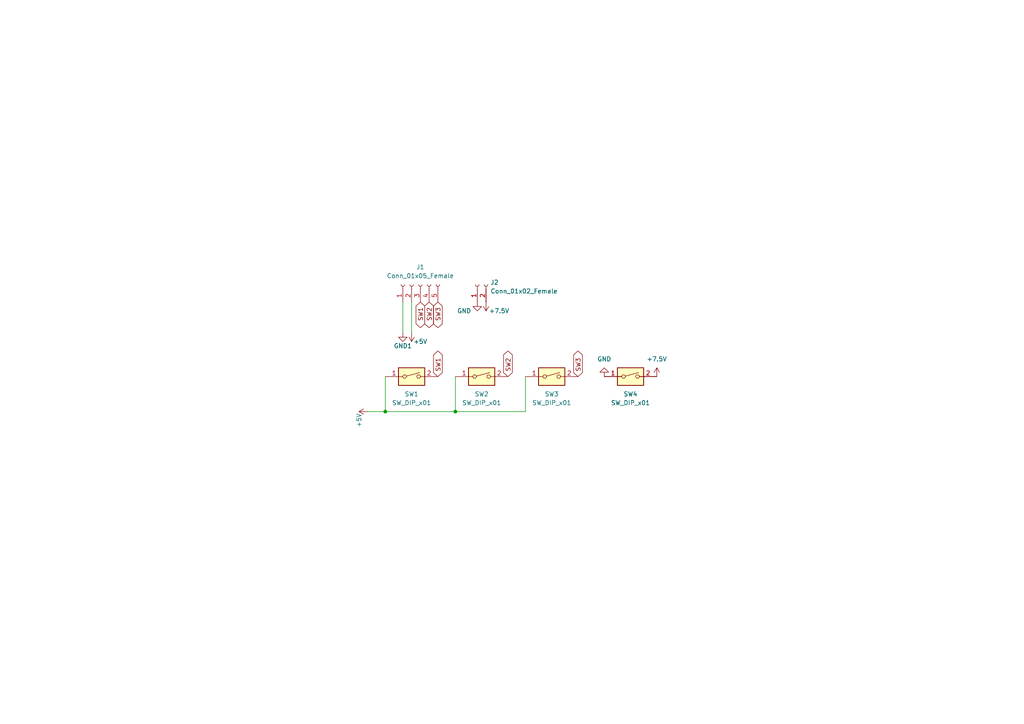
<source format=kicad_sch>
(kicad_sch (version 20211123) (generator eeschema)
  (paper "A4")
  (lib_symbols
    (symbol "Connector:Conn_01x02_Female" (pin_names (offset 1.016) hide)
      (property "Reference" "J" (at 0 2.54 0))
      (property "Value" "Conn_01x02_Female" (at 0 -5.08 0))
      (symbol "Conn_01x02_Female_1_1"
        (arc (start 0 -2.032) (mid -0.508 -2.54) (end 0 -3.048) (stroke (width 0.1524)))
        (polyline (pts (xy -1.27 -2.54) (xy -0.508 -2.54)) (stroke (width 0.1524)))
        (polyline (pts (xy -1.27 0) (xy -0.508 0)) (stroke (width 0.1524)))
        (arc (start 0 0.508) (mid -0.508 0) (end 0 -0.508) (stroke (width 0.1524)))
        (pin passive line (at -5.08 0 0) (length 3.81) (name "Pin_1") (number "1"))
        (pin passive line (at -5.08 -2.54 0) (length 3.81) (name "Pin_2") (number "2"))
      )
    )
    (symbol "Connector:Conn_01x05_Female" (pin_names (offset 1.016) hide)
      (property "Reference" "J" (at 0 7.62 0))
      (property "Value" "Conn_01x05_Female" (at 0 -7.62 0))
      (symbol "Conn_01x05_Female_1_1"
        (arc (start 0 -4.572) (mid -0.508 -5.08) (end 0 -5.588) (stroke (width 0.1524)))
        (arc (start 0 -2.032) (mid -0.508 -2.54) (end 0 -3.048) (stroke (width 0.1524)))
        (polyline (pts (xy -1.27 -5.08) (xy -0.508 -5.08)) (stroke (width 0.1524)))
        (polyline (pts (xy -1.27 -2.54) (xy -0.508 -2.54)) (stroke (width 0.1524)))
        (polyline (pts (xy -1.27 0) (xy -0.508 0)) (stroke (width 0.1524)))
        (polyline (pts (xy -1.27 2.54) (xy -0.508 2.54)) (stroke (width 0.1524)))
        (polyline (pts (xy -1.27 5.08) (xy -0.508 5.08)) (stroke (width 0.1524)))
        (arc (start 0 0.508) (mid -0.508 0) (end 0 -0.508) (stroke (width 0.1524)))
        (arc (start 0 3.048) (mid -0.508 2.54) (end 0 2.032) (stroke (width 0.1524)))
        (arc (start 0 5.588) (mid -0.508 5.08) (end 0 4.572) (stroke (width 0.1524)))
        (pin passive line (at -5.08 5.08 0) (length 3.81) (name "Pin_1") (number "1"))
        (pin passive line (at -5.08 2.54 0) (length 3.81) (name "Pin_2") (number "2"))
        (pin passive line (at -5.08 0 0) (length 3.81) (name "Pin_3") (number "3"))
        (pin passive line (at -5.08 -2.54 0) (length 3.81) (name "Pin_4") (number "4"))
        (pin passive line (at -5.08 -5.08 0) (length 3.81) (name "Pin_5") (number "5"))
      )
    )
    (symbol "Switch:SW_DIP_x01" (pin_names (offset 0) hide)
      (property "Reference" "SW" (at 0 3.81 0))
      (property "Value" "SW_DIP_x01" (at 0 -3.81 0))
      (symbol "SW_DIP_x01_0_0"
        (circle (center -2.032 0) (radius 0.508))
        (polyline (pts (xy -1.524 0.127) (xy 2.3622 1.1684)))
        (circle (center 2.032 0) (radius 0.508))
      )
      (symbol "SW_DIP_x01_0_1"
        (rectangle (start -3.81 2.54) (end 3.81 -2.54) (stroke (width 0.254)) (fill (type background)))
      )
      (symbol "SW_DIP_x01_1_1"
        (pin passive line (at -7.62 0 0) (length 5.08) (name "~") (number "1"))
        (pin passive line (at 7.62 0 180) (length 5.08) (name "~") (number "2"))
      )
    )
    (symbol "power:+5V" (power) (pin_names (offset 0))
      (property "Value" "+5V" (at 0 3.556 0))
      (symbol "+5V_0_1"
        (polyline (pts (xy -0.762 1.27) (xy 0 2.54)))
        (polyline (pts (xy 0 0) (xy 0 2.54)))
        (polyline (pts (xy 0 2.54) (xy 0.762 1.27)))
      )
      (symbol "+5V_1_1"
        (pin power_in line (at 0 0 90) (length 0) hide (name "+5V") (number "1"))
      )
    )
    (symbol "power:+7.5V" (power) (pin_names (offset 0))
      (property "Value" "+7.5V" (at 0 3.556 0))
      (symbol "+7.5V_0_1"
        (polyline (pts (xy -0.762 1.27) (xy 0 2.54)))
        (polyline (pts (xy 0 0) (xy 0 2.54)))
        (polyline (pts (xy 0 2.54) (xy 0.762 1.27)))
      )
      (symbol "+7.5V_1_1"
        (pin power_in line (at 0 0 90) (length 0) hide (name "+7.5V") (number "1"))
      )
    )
    (symbol "power:GND" (power) (pin_names (offset 0))
      (property "Value" "GND" (at 0 -3.81 0))
      (symbol "GND_0_1"
        (polyline (pts (xy 0 0) (xy 0 -1.27) (xy 1.27 -1.27) (xy 0 -2.54) (xy -1.27 -1.27) (xy 0 -1.27)))
      )
      (symbol "GND_1_1"
        (pin power_in line (at 0 0 270) (length 0) hide (name "GND") (number "1"))
      )
    )
    (symbol "power:GND1" (power) (pin_names (offset 0))
      (property "Value" "GND1" (at 0 -3.81 0))
      (symbol "GND1_0_1"
        (polyline (pts (xy 0 0) (xy 0 -1.27) (xy 1.27 -1.27) (xy 0 -2.54) (xy -1.27 -1.27) (xy 0 -1.27)))
      )
      (symbol "GND1_1_1"
        (pin power_in line (at 0 0 270) (length 0) hide (name "GND1") (number "1"))
      )
    )
  )
  (junction (at 111.76 119.38))
  (junction (at 132.08 119.38))
  (wire (pts (xy 116.84 96.52) (xy 116.84 87.63)))
  (wire (pts (xy 132.08 109.22) (xy 132.08 119.38)))
  (wire (pts (xy 152.4 109.22) (xy 152.4 119.38)))
  (wire (pts (xy 152.4 119.38) (xy 132.08 119.38)))
  (wire (pts (xy 119.38 96.52) (xy 119.38 87.63)))
  (wire (pts (xy 111.76 109.22) (xy 111.76 119.38)))
  (wire (pts (xy 111.76 119.38) (xy 106.68 119.38)))
  (wire (pts (xy 132.08 119.38) (xy 111.76 119.38)))
  (global_label "SW3" (shape bidirectional) (at 127 87.63 270) (property "Intersheet References" "${INTERSHEET_REFS}" (effects hide)))
  (global_label "SW1" (shape bidirectional) (at 121.92 87.63 270) (property "Intersheet References" "${INTERSHEET_REFS}" (effects hide)))
  (global_label "SW2" (shape bidirectional) (at 147.32 109.22 90) (property "Intersheet References" "${INTERSHEET_REFS}" (effects hide)))
  (global_label "SW1" (shape bidirectional) (at 127 109.22 90) (property "Intersheet References" "${INTERSHEET_REFS}" (effects hide)))
  (global_label "SW2" (shape bidirectional) (at 124.46 87.63 270) (property "Intersheet References" "${INTERSHEET_REFS}" (effects hide)))
  (global_label "SW3" (shape bidirectional) (at 167.64 109.22 90) (property "Intersheet References" "${INTERSHEET_REFS}" (effects hide)))
  (symbol (lib_id "power:GND") (at 138.43 87.63 0) (unit 1)
    (property "Reference" "#PWR04" (effects hide))
    (property "Value" "GND" (at 134.62 90.17 0))
  )
  (symbol (lib_id "Switch:SW_DIP_x01") (at 139.7 109.22 0) (unit 1)
    (property "Reference" "SW2" (at 139.7 114.3 0))
    (property "Value" "SW_DIP_x01" (at 139.7 116.84 0))
    (property "Footprint" "Button_Switch_THT:SW_PUSH_6mm_H5mm" (effects hide))
  )
  (symbol (lib_id "power:GND1") (at 116.84 96.52 0) (unit 1)
    (property "Reference" "#PWR?" (effects hide))
    (property "Value" "GND1" (at 116.84 100.33 0))
  )
  (symbol (lib_id "power:+5V") (at 106.68 119.38 90) (unit 1)
    (property "Reference" "#PWR01" (effects hide))
    (property "Value" "+5V" (at 104.14 121.92 0))
  )
  (symbol (lib_id "Switch:SW_DIP_x01") (at 182.88 109.22 0) (unit 1)
    (property "Reference" "SW4" (at 182.88 114.3 0))
    (property "Value" "SW_DIP_x01" (at 182.88 116.84 0))
    (property "Footprint" "Lib:DS-850k" (effects hide))
  )
  (symbol (lib_id "power:+7.5V") (at 140.97 87.63 180) (unit 1)
    (property "Reference" "#PWR05" (effects hide))
    (property "Value" "+7.5V" (at 144.78 90.17 0))
  )
  (symbol (lib_id "Switch:SW_DIP_x01") (at 119.38 109.22 0) (unit 1)
    (property "Reference" "SW1" (at 119.38 114.3 0))
    (property "Value" "SW_DIP_x01" (at 119.38 116.84 0))
    (property "Footprint" "Button_Switch_THT:SW_PUSH_6mm_H5mm" (effects hide))
  )
  (symbol (lib_id "Switch:SW_DIP_x01") (at 160.02 109.22 0) (unit 1)
    (property "Reference" "SW3" (at 160.02 114.3 0))
    (property "Value" "SW_DIP_x01" (at 160.02 116.84 0))
    (property "Footprint" "Button_Switch_THT:SW_PUSH_6mm_H5mm" (effects hide))
  )
  (symbol (lib_id "Connector:Conn_01x05_Female") (at 121.92 82.55 90) (unit 1)
    (property "Reference" "J1" (at 121.92 77.47 90))
    (property "Value" "Conn_01x05_Female" (at 121.92 80.01 90))
    (property "Footprint" "Connector_JST:JST_XH_B5B-XH-A_1x05_P2.50mm_Vertical" (effects hide))
  )
  (symbol (lib_id "power:+5V") (at 119.38 96.52 180) (unit 1)
    (property "Reference" "#PWR03" (effects hide))
    (property "Value" "+5V" (at 121.92 99.06 0))
  )
  (symbol (lib_id "power:+7.5V") (at 190.5 109.22 0) (unit 1)
    (property "Reference" "#PWR07" (effects hide))
    (property "Value" "+7.5V" (at 190.5 104.14 0))
  )
  (symbol (lib_id "Connector:Conn_01x02_Female") (at 138.43 82.55 90) (unit 1)
    (property "Reference" "J2" (at 142.24 81.9149 90) (effects (justify right)))
    (property "Value" "Conn_01x02_Female" (at 142.24 84.4549 90) (effects (justify right)))
    (property "Footprint" "Connector_JST:JST_XH_B2B-XH-A_1x02_P2.50mm_Vertical" (effects hide))
  )
  (symbol (lib_id "power:GND") (at 175.26 109.22 180) (unit 1)
    (property "Reference" "#PWR06" (effects hide))
    (property "Value" "GND" (at 175.26 104.14 0))
  )
)
</source>
